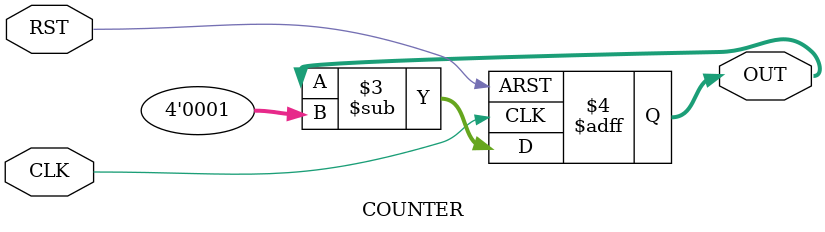
<source format=v>
`timescale 1ns / 1ps


module COUNTER(CLK,RST,OUT);
input CLK,RST;
output reg [3:0]OUT;
always@(posedge CLK or negedge RST)
begin
if (RST==0)
OUT=4'b1111;
else
OUT<=OUT-4'b0001;
end
endmodule
</source>
